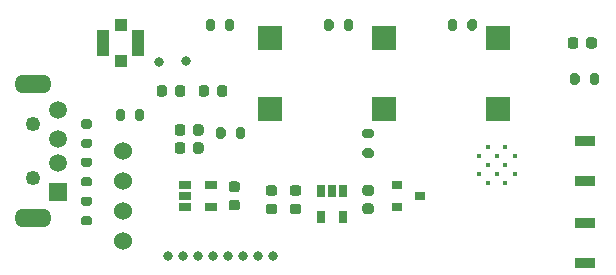
<source format=gbr>
G04 #@! TF.GenerationSoftware,KiCad,Pcbnew,(5.1.12)-1*
G04 #@! TF.CreationDate,2022-01-02T13:29:21+01:00*
G04 #@! TF.ProjectId,20210211_eduino,32303231-3032-4313-915f-656475696e6f,v1.0*
G04 #@! TF.SameCoordinates,Original*
G04 #@! TF.FileFunction,Soldermask,Top*
G04 #@! TF.FilePolarity,Negative*
%FSLAX46Y46*%
G04 Gerber Fmt 4.6, Leading zero omitted, Abs format (unit mm)*
G04 Created by KiCad (PCBNEW (5.1.12)-1) date 2022-01-02 13:29:21*
%MOMM*%
%LPD*%
G01*
G04 APERTURE LIST*
%ADD10R,1.700000X0.900000*%
%ADD11C,0.400000*%
%ADD12R,0.650000X1.060000*%
%ADD13R,0.900000X0.800000*%
%ADD14C,0.800000*%
%ADD15R,1.060000X0.650000*%
%ADD16R,1.508000X1.508000*%
%ADD17C,1.508000*%
%ADD18C,1.250000*%
%ADD19O,3.150000X1.575000*%
%ADD20R,1.000000X1.000000*%
%ADD21R,1.050000X2.200000*%
%ADD22R,2.000000X2.000000*%
%ADD23C,1.524000*%
G04 APERTURE END LIST*
D10*
X129286000Y-50800000D03*
X129286000Y-47400000D03*
X129286000Y-54356000D03*
X129286000Y-57756000D03*
D11*
X122486400Y-50960000D03*
X123299200Y-50198000D03*
X123299200Y-48674000D03*
X122486400Y-47962800D03*
X121013200Y-47962800D03*
X120302000Y-48724800D03*
X120302000Y-50198000D03*
X121013200Y-50960000D03*
X121775200Y-50198000D03*
X121826000Y-48674000D03*
X122486400Y-49436000D03*
X121013200Y-49486800D03*
G36*
G01*
X99818000Y-53295000D02*
X99318000Y-53295000D01*
G75*
G02*
X99093000Y-53070000I0J225000D01*
G01*
X99093000Y-52620000D01*
G75*
G02*
X99318000Y-52395000I225000J0D01*
G01*
X99818000Y-52395000D01*
G75*
G02*
X100043000Y-52620000I0J-225000D01*
G01*
X100043000Y-53070000D01*
G75*
G02*
X99818000Y-53295000I-225000J0D01*
G01*
G37*
G36*
G01*
X99818000Y-51745000D02*
X99318000Y-51745000D01*
G75*
G02*
X99093000Y-51520000I0J225000D01*
G01*
X99093000Y-51070000D01*
G75*
G02*
X99318000Y-50845000I225000J0D01*
G01*
X99818000Y-50845000D01*
G75*
G02*
X100043000Y-51070000I0J-225000D01*
G01*
X100043000Y-51520000D01*
G75*
G02*
X99818000Y-51745000I-225000J0D01*
G01*
G37*
G36*
G01*
X129357000Y-39366000D02*
X129357000Y-38866000D01*
G75*
G02*
X129582000Y-38641000I225000J0D01*
G01*
X130032000Y-38641000D01*
G75*
G02*
X130257000Y-38866000I0J-225000D01*
G01*
X130257000Y-39366000D01*
G75*
G02*
X130032000Y-39591000I-225000J0D01*
G01*
X129582000Y-39591000D01*
G75*
G02*
X129357000Y-39366000I0J225000D01*
G01*
G37*
G36*
G01*
X127807000Y-39366000D02*
X127807000Y-38866000D01*
G75*
G02*
X128032000Y-38641000I225000J0D01*
G01*
X128482000Y-38641000D01*
G75*
G02*
X128707000Y-38866000I0J-225000D01*
G01*
X128707000Y-39366000D01*
G75*
G02*
X128482000Y-39591000I-225000J0D01*
G01*
X128032000Y-39591000D01*
G75*
G02*
X127807000Y-39366000I0J225000D01*
G01*
G37*
G36*
G01*
X104500000Y-51162800D02*
X105000000Y-51162800D01*
G75*
G02*
X105225000Y-51387800I0J-225000D01*
G01*
X105225000Y-51837800D01*
G75*
G02*
X105000000Y-52062800I-225000J0D01*
G01*
X104500000Y-52062800D01*
G75*
G02*
X104275000Y-51837800I0J225000D01*
G01*
X104275000Y-51387800D01*
G75*
G02*
X104500000Y-51162800I225000J0D01*
G01*
G37*
G36*
G01*
X104500000Y-52712800D02*
X105000000Y-52712800D01*
G75*
G02*
X105225000Y-52937800I0J-225000D01*
G01*
X105225000Y-53387800D01*
G75*
G02*
X105000000Y-53612800I-225000J0D01*
G01*
X104500000Y-53612800D01*
G75*
G02*
X104275000Y-53387800I0J225000D01*
G01*
X104275000Y-52937800D01*
G75*
G02*
X104500000Y-52712800I225000J0D01*
G01*
G37*
G36*
G01*
X110646000Y-51149800D02*
X111146000Y-51149800D01*
G75*
G02*
X111371000Y-51374800I0J-225000D01*
G01*
X111371000Y-51824800D01*
G75*
G02*
X111146000Y-52049800I-225000J0D01*
G01*
X110646000Y-52049800D01*
G75*
G02*
X110421000Y-51824800I0J225000D01*
G01*
X110421000Y-51374800D01*
G75*
G02*
X110646000Y-51149800I225000J0D01*
G01*
G37*
G36*
G01*
X110646000Y-52699800D02*
X111146000Y-52699800D01*
G75*
G02*
X111371000Y-52924800I0J-225000D01*
G01*
X111371000Y-53374800D01*
G75*
G02*
X111146000Y-53599800I-225000J0D01*
G01*
X110646000Y-53599800D01*
G75*
G02*
X110421000Y-53374800I0J225000D01*
G01*
X110421000Y-52924800D01*
G75*
G02*
X110646000Y-52699800I225000J0D01*
G01*
G37*
G36*
G01*
X102461750Y-51175300D02*
X102974250Y-51175300D01*
G75*
G02*
X103193000Y-51394050I0J-218750D01*
G01*
X103193000Y-51831550D01*
G75*
G02*
X102974250Y-52050300I-218750J0D01*
G01*
X102461750Y-52050300D01*
G75*
G02*
X102243000Y-51831550I0J218750D01*
G01*
X102243000Y-51394050D01*
G75*
G02*
X102461750Y-51175300I218750J0D01*
G01*
G37*
G36*
G01*
X102461750Y-52750300D02*
X102974250Y-52750300D01*
G75*
G02*
X103193000Y-52969050I0J-218750D01*
G01*
X103193000Y-53406550D01*
G75*
G02*
X102974250Y-53625300I-218750J0D01*
G01*
X102461750Y-53625300D01*
G75*
G02*
X102243000Y-53406550I0J218750D01*
G01*
X102243000Y-52969050D01*
G75*
G02*
X102461750Y-52750300I218750J0D01*
G01*
G37*
G36*
G01*
X117647000Y-37867000D02*
X117647000Y-37317000D01*
G75*
G02*
X117847000Y-37117000I200000J0D01*
G01*
X118247000Y-37117000D01*
G75*
G02*
X118447000Y-37317000I0J-200000D01*
G01*
X118447000Y-37867000D01*
G75*
G02*
X118247000Y-38067000I-200000J0D01*
G01*
X117847000Y-38067000D01*
G75*
G02*
X117647000Y-37867000I0J200000D01*
G01*
G37*
G36*
G01*
X119297000Y-37867000D02*
X119297000Y-37317000D01*
G75*
G02*
X119497000Y-37117000I200000J0D01*
G01*
X119897000Y-37117000D01*
G75*
G02*
X120097000Y-37317000I0J-200000D01*
G01*
X120097000Y-37867000D01*
G75*
G02*
X119897000Y-38067000I-200000J0D01*
G01*
X119497000Y-38067000D01*
G75*
G02*
X119297000Y-37867000I0J200000D01*
G01*
G37*
G36*
G01*
X86783000Y-47225000D02*
X87333000Y-47225000D01*
G75*
G02*
X87533000Y-47425000I0J-200000D01*
G01*
X87533000Y-47825000D01*
G75*
G02*
X87333000Y-48025000I-200000J0D01*
G01*
X86783000Y-48025000D01*
G75*
G02*
X86583000Y-47825000I0J200000D01*
G01*
X86583000Y-47425000D01*
G75*
G02*
X86783000Y-47225000I200000J0D01*
G01*
G37*
G36*
G01*
X86783000Y-45575000D02*
X87333000Y-45575000D01*
G75*
G02*
X87533000Y-45775000I0J-200000D01*
G01*
X87533000Y-46175000D01*
G75*
G02*
X87333000Y-46375000I-200000J0D01*
G01*
X86783000Y-46375000D01*
G75*
G02*
X86583000Y-46175000I0J200000D01*
G01*
X86583000Y-45775000D01*
G75*
G02*
X86783000Y-45575000I200000J0D01*
G01*
G37*
G36*
G01*
X110621000Y-46386800D02*
X111171000Y-46386800D01*
G75*
G02*
X111371000Y-46586800I0J-200000D01*
G01*
X111371000Y-46986800D01*
G75*
G02*
X111171000Y-47186800I-200000J0D01*
G01*
X110621000Y-47186800D01*
G75*
G02*
X110421000Y-46986800I0J200000D01*
G01*
X110421000Y-46586800D01*
G75*
G02*
X110621000Y-46386800I200000J0D01*
G01*
G37*
G36*
G01*
X110621000Y-48036800D02*
X111171000Y-48036800D01*
G75*
G02*
X111371000Y-48236800I0J-200000D01*
G01*
X111371000Y-48636800D01*
G75*
G02*
X111171000Y-48836800I-200000J0D01*
G01*
X110621000Y-48836800D01*
G75*
G02*
X110421000Y-48636800I0J200000D01*
G01*
X110421000Y-48236800D01*
G75*
G02*
X110621000Y-48036800I200000J0D01*
G01*
G37*
G36*
G01*
X129648000Y-42439000D02*
X129648000Y-41889000D01*
G75*
G02*
X129848000Y-41689000I200000J0D01*
G01*
X130248000Y-41689000D01*
G75*
G02*
X130448000Y-41889000I0J-200000D01*
G01*
X130448000Y-42439000D01*
G75*
G02*
X130248000Y-42639000I-200000J0D01*
G01*
X129848000Y-42639000D01*
G75*
G02*
X129648000Y-42439000I0J200000D01*
G01*
G37*
G36*
G01*
X127998000Y-42439000D02*
X127998000Y-41889000D01*
G75*
G02*
X128198000Y-41689000I200000J0D01*
G01*
X128598000Y-41689000D01*
G75*
G02*
X128798000Y-41889000I0J-200000D01*
G01*
X128798000Y-42439000D01*
G75*
G02*
X128598000Y-42639000I-200000J0D01*
G01*
X128198000Y-42639000D01*
G75*
G02*
X127998000Y-42439000I0J200000D01*
G01*
G37*
G36*
G01*
X86783000Y-50463500D02*
X87333000Y-50463500D01*
G75*
G02*
X87533000Y-50663500I0J-200000D01*
G01*
X87533000Y-51063500D01*
G75*
G02*
X87333000Y-51263500I-200000J0D01*
G01*
X86783000Y-51263500D01*
G75*
G02*
X86583000Y-51063500I0J200000D01*
G01*
X86583000Y-50663500D01*
G75*
G02*
X86783000Y-50463500I200000J0D01*
G01*
G37*
G36*
G01*
X86783000Y-48813500D02*
X87333000Y-48813500D01*
G75*
G02*
X87533000Y-49013500I0J-200000D01*
G01*
X87533000Y-49413500D01*
G75*
G02*
X87333000Y-49613500I-200000J0D01*
G01*
X86783000Y-49613500D01*
G75*
G02*
X86583000Y-49413500I0J200000D01*
G01*
X86583000Y-49013500D01*
G75*
G02*
X86783000Y-48813500I200000J0D01*
G01*
G37*
G36*
G01*
X86783000Y-52115500D02*
X87333000Y-52115500D01*
G75*
G02*
X87533000Y-52315500I0J-200000D01*
G01*
X87533000Y-52715500D01*
G75*
G02*
X87333000Y-52915500I-200000J0D01*
G01*
X86783000Y-52915500D01*
G75*
G02*
X86583000Y-52715500I0J200000D01*
G01*
X86583000Y-52315500D01*
G75*
G02*
X86783000Y-52115500I200000J0D01*
G01*
G37*
G36*
G01*
X86783000Y-53765500D02*
X87333000Y-53765500D01*
G75*
G02*
X87533000Y-53965500I0J-200000D01*
G01*
X87533000Y-54365500D01*
G75*
G02*
X87333000Y-54565500I-200000J0D01*
G01*
X86783000Y-54565500D01*
G75*
G02*
X86583000Y-54365500I0J200000D01*
G01*
X86583000Y-53965500D01*
G75*
G02*
X86783000Y-53765500I200000J0D01*
G01*
G37*
D12*
X108812000Y-51668500D03*
X107862000Y-51668500D03*
X106912000Y-51668500D03*
X106912000Y-53868500D03*
X108812000Y-53868500D03*
G36*
G01*
X96070000Y-46732000D02*
X96070000Y-46232000D01*
G75*
G02*
X96295000Y-46007000I225000J0D01*
G01*
X96745000Y-46007000D01*
G75*
G02*
X96970000Y-46232000I0J-225000D01*
G01*
X96970000Y-46732000D01*
G75*
G02*
X96745000Y-46957000I-225000J0D01*
G01*
X96295000Y-46957000D01*
G75*
G02*
X96070000Y-46732000I0J225000D01*
G01*
G37*
G36*
G01*
X94520000Y-46732000D02*
X94520000Y-46232000D01*
G75*
G02*
X94745000Y-46007000I225000J0D01*
G01*
X95195000Y-46007000D01*
G75*
G02*
X95420000Y-46232000I0J-225000D01*
G01*
X95420000Y-46732000D01*
G75*
G02*
X95195000Y-46957000I-225000J0D01*
G01*
X94745000Y-46957000D01*
G75*
G02*
X94520000Y-46732000I0J225000D01*
G01*
G37*
G36*
G01*
X94520000Y-48256000D02*
X94520000Y-47756000D01*
G75*
G02*
X94745000Y-47531000I225000J0D01*
G01*
X95195000Y-47531000D01*
G75*
G02*
X95420000Y-47756000I0J-225000D01*
G01*
X95420000Y-48256000D01*
G75*
G02*
X95195000Y-48481000I-225000J0D01*
G01*
X94745000Y-48481000D01*
G75*
G02*
X94520000Y-48256000I0J225000D01*
G01*
G37*
G36*
G01*
X96070000Y-48256000D02*
X96070000Y-47756000D01*
G75*
G02*
X96295000Y-47531000I225000J0D01*
G01*
X96745000Y-47531000D01*
G75*
G02*
X96970000Y-47756000I0J-225000D01*
G01*
X96970000Y-48256000D01*
G75*
G02*
X96745000Y-48481000I-225000J0D01*
G01*
X96295000Y-48481000D01*
G75*
G02*
X96070000Y-48256000I0J225000D01*
G01*
G37*
D13*
X113316000Y-51120000D03*
X113316000Y-53020000D03*
X115316000Y-52070000D03*
D14*
X93980000Y-57150000D03*
X95250000Y-57150000D03*
X96520000Y-57150000D03*
X97790000Y-57150000D03*
X99060000Y-57150000D03*
X100330000Y-57150000D03*
X101600000Y-57150000D03*
X102870000Y-57150000D03*
X93230700Y-40690800D03*
X95516700Y-40678100D03*
D15*
X95420000Y-51120000D03*
X95420000Y-52070000D03*
X95420000Y-53020000D03*
X97620000Y-53020000D03*
X97620000Y-51120000D03*
D16*
X84650000Y-51760000D03*
D17*
X84650000Y-49260000D03*
X84650000Y-47260000D03*
X84650000Y-44760000D03*
D18*
X82550000Y-50510000D03*
X82550000Y-46010000D03*
D19*
X82550000Y-42560000D03*
X82550000Y-53960000D03*
D20*
X89965000Y-40616000D03*
X89965000Y-37616000D03*
D21*
X91440000Y-39116000D03*
X88490000Y-39116000D03*
G36*
G01*
X98786000Y-37867000D02*
X98786000Y-37317000D01*
G75*
G02*
X98986000Y-37117000I200000J0D01*
G01*
X99386000Y-37117000D01*
G75*
G02*
X99586000Y-37317000I0J-200000D01*
G01*
X99586000Y-37867000D01*
G75*
G02*
X99386000Y-38067000I-200000J0D01*
G01*
X98986000Y-38067000D01*
G75*
G02*
X98786000Y-37867000I0J200000D01*
G01*
G37*
G36*
G01*
X97136000Y-37867000D02*
X97136000Y-37317000D01*
G75*
G02*
X97336000Y-37117000I200000J0D01*
G01*
X97736000Y-37117000D01*
G75*
G02*
X97936000Y-37317000I0J-200000D01*
G01*
X97936000Y-37867000D01*
G75*
G02*
X97736000Y-38067000I-200000J0D01*
G01*
X97336000Y-38067000D01*
G75*
G02*
X97136000Y-37867000I0J200000D01*
G01*
G37*
G36*
G01*
X107170000Y-37867000D02*
X107170000Y-37317000D01*
G75*
G02*
X107370000Y-37117000I200000J0D01*
G01*
X107770000Y-37117000D01*
G75*
G02*
X107970000Y-37317000I0J-200000D01*
G01*
X107970000Y-37867000D01*
G75*
G02*
X107770000Y-38067000I-200000J0D01*
G01*
X107370000Y-38067000D01*
G75*
G02*
X107170000Y-37867000I0J200000D01*
G01*
G37*
G36*
G01*
X108820000Y-37867000D02*
X108820000Y-37317000D01*
G75*
G02*
X109020000Y-37117000I200000J0D01*
G01*
X109420000Y-37117000D01*
G75*
G02*
X109620000Y-37317000I0J-200000D01*
G01*
X109620000Y-37867000D01*
G75*
G02*
X109420000Y-38067000I-200000J0D01*
G01*
X109020000Y-38067000D01*
G75*
G02*
X108820000Y-37867000I0J200000D01*
G01*
G37*
D22*
X102616000Y-44720000D03*
X102616000Y-38720000D03*
X112268000Y-38720000D03*
X112268000Y-44720000D03*
X121920000Y-44720000D03*
X121920000Y-38720000D03*
D23*
X90170000Y-55880000D03*
X90170000Y-53340000D03*
X90170000Y-50800000D03*
X90170000Y-48260000D03*
G36*
G01*
X94558500Y-43436250D02*
X94558500Y-42923750D01*
G75*
G02*
X94777250Y-42705000I218750J0D01*
G01*
X95214750Y-42705000D01*
G75*
G02*
X95433500Y-42923750I0J-218750D01*
G01*
X95433500Y-43436250D01*
G75*
G02*
X95214750Y-43655000I-218750J0D01*
G01*
X94777250Y-43655000D01*
G75*
G02*
X94558500Y-43436250I0J218750D01*
G01*
G37*
G36*
G01*
X92983500Y-43436250D02*
X92983500Y-42923750D01*
G75*
G02*
X93202250Y-42705000I218750J0D01*
G01*
X93639750Y-42705000D01*
G75*
G02*
X93858500Y-42923750I0J-218750D01*
G01*
X93858500Y-43436250D01*
G75*
G02*
X93639750Y-43655000I-218750J0D01*
G01*
X93202250Y-43655000D01*
G75*
G02*
X92983500Y-43436250I0J218750D01*
G01*
G37*
G36*
G01*
X96539500Y-43436250D02*
X96539500Y-42923750D01*
G75*
G02*
X96758250Y-42705000I218750J0D01*
G01*
X97195750Y-42705000D01*
G75*
G02*
X97414500Y-42923750I0J-218750D01*
G01*
X97414500Y-43436250D01*
G75*
G02*
X97195750Y-43655000I-218750J0D01*
G01*
X96758250Y-43655000D01*
G75*
G02*
X96539500Y-43436250I0J218750D01*
G01*
G37*
G36*
G01*
X98114500Y-43436250D02*
X98114500Y-42923750D01*
G75*
G02*
X98333250Y-42705000I218750J0D01*
G01*
X98770750Y-42705000D01*
G75*
G02*
X98989500Y-42923750I0J-218750D01*
G01*
X98989500Y-43436250D01*
G75*
G02*
X98770750Y-43655000I-218750J0D01*
G01*
X98333250Y-43655000D01*
G75*
G02*
X98114500Y-43436250I0J218750D01*
G01*
G37*
G36*
G01*
X89516000Y-45487000D02*
X89516000Y-44937000D01*
G75*
G02*
X89716000Y-44737000I200000J0D01*
G01*
X90116000Y-44737000D01*
G75*
G02*
X90316000Y-44937000I0J-200000D01*
G01*
X90316000Y-45487000D01*
G75*
G02*
X90116000Y-45687000I-200000J0D01*
G01*
X89716000Y-45687000D01*
G75*
G02*
X89516000Y-45487000I0J200000D01*
G01*
G37*
G36*
G01*
X91166000Y-45487000D02*
X91166000Y-44937000D01*
G75*
G02*
X91366000Y-44737000I200000J0D01*
G01*
X91766000Y-44737000D01*
G75*
G02*
X91966000Y-44937000I0J-200000D01*
G01*
X91966000Y-45487000D01*
G75*
G02*
X91766000Y-45687000I-200000J0D01*
G01*
X91366000Y-45687000D01*
G75*
G02*
X91166000Y-45487000I0J200000D01*
G01*
G37*
G36*
G01*
X99676000Y-47011000D02*
X99676000Y-46461000D01*
G75*
G02*
X99876000Y-46261000I200000J0D01*
G01*
X100276000Y-46261000D01*
G75*
G02*
X100476000Y-46461000I0J-200000D01*
G01*
X100476000Y-47011000D01*
G75*
G02*
X100276000Y-47211000I-200000J0D01*
G01*
X99876000Y-47211000D01*
G75*
G02*
X99676000Y-47011000I0J200000D01*
G01*
G37*
G36*
G01*
X98026000Y-47011000D02*
X98026000Y-46461000D01*
G75*
G02*
X98226000Y-46261000I200000J0D01*
G01*
X98626000Y-46261000D01*
G75*
G02*
X98826000Y-46461000I0J-200000D01*
G01*
X98826000Y-47011000D01*
G75*
G02*
X98626000Y-47211000I-200000J0D01*
G01*
X98226000Y-47211000D01*
G75*
G02*
X98026000Y-47011000I0J200000D01*
G01*
G37*
M02*

</source>
